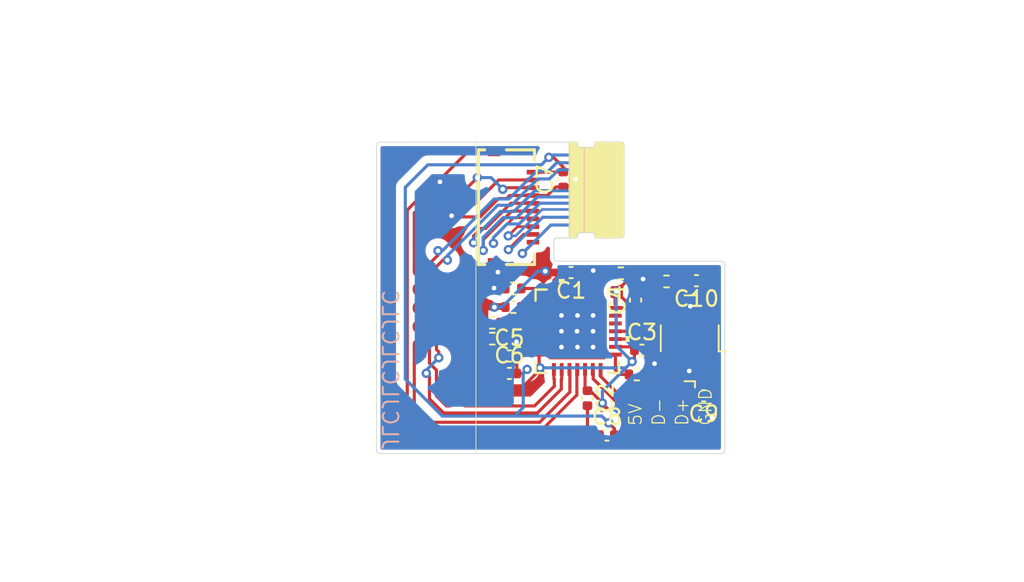
<source format=kicad_pcb>
(kicad_pcb (version 20241229) (generator "pcbnew") (generator_version "9.0")
  (layers (0 "F.Cu" signal) (2 "B.Cu" signal) (13 "F.Paste" user) (15 "B.Paste" user) (5 "F.SilkS" user "F.Silkscreen") (7 "B.SilkS" user "B.Silkscreen") (1 "F.Mask" user) (3 "B.Mask" user) (25 "Edge.Cuts" user))
  (net 0 "")
  (net 1 "EC_CTRL")
  (net 2 "RGB_W")
  (net 3 "RGB_G")
  (net 4 "VBUS")
  (net 5 "USB_HOST_P")
  (net 6 "USB_HOST_N")
  (net 7 "RGB_R")
  (net 8 "SWITCH")
  (net 9 "GND")
  (net 10 "LED_COM")
  (net 11 "VREG")
  (net 12 "X_IN")
  (net 13 "USB_FNG_N")
  (net 14 "USB_FNG_P")
  (net 15 "USB_KB_P")
  (net 16 "USB_KB_N")
  (net 17 "Net-(U1-RREF)")
  (net 18 "Net-(U1-*RESET)")
  (net 19 "Net-(U1-GANG)")
  (net 20 "Net-(U1-*OVR[1])")
  (net 21 "Net-(U1-*OVR[2])")
  (net 22 "Net-(U1-SELFPWR)")
  (net 23 "X_OUT")
  (net 32 "Net-(C10-Pad2)")
  (footprint "Resistor_SMD:R_0402_1005Metric" (layer "F.Cu") (at 141.065001 43.6)
    (property "Reference" "R5" (hide yes))
    (property "Value" "10kΩ" (hide yes))
  )
  (footprint "Resistor_SMD:R_0402_1005Metric" (layer "F.Cu") (at 141.065001 44.625 180)
    (property "Reference" "R4" (hide yes))
    (property "Value" "10kΩ" (hide yes))
  )
  (footprint "Custom:4 pad" (layer "F.Cu") (at 152.55 50.75)
    (property "Reference" "J3" (hide yes))
    (property "Value" "Conn_01x04_Socket" (hide yes))
  )
  (footprint "Resistor_SMD:R_0402_1005Metric" (layer "F.Cu") (at 149.325 40.425)
    (property "Reference" "R2" (hide yes))
    (property "Value" "10kΩ" (hide yes))
  )
  (footprint "Capacitor_SMD:C_0402_1005Metric" (layer "F.Cu") (at 150.275 42.15 90)
    (property "Reference" "C4")
    (property "Value" "0.1μF")
  )
  (footprint "Capacitor_SMD:C_0402_1005Metric" (layer "F.Cu") (at 142.16 45.74)
    (property "Reference" "C5")
    (property "Value" "0.1μF")
  )
  (footprint "Resistor_SMD:R_0402_1005Metric" (layer "F.Cu") (at 150.35 46.925)
    (property "Reference" "R1" (hide yes))
    (property "Value" "649Ω" (hide yes))
  )
  (footprint "Capacitor_SMD:C_0402_1005Metric" (layer "F.Cu") (at 146.125 40.375 180)
    (property "Reference" "C1")
    (property "Value" "0.1μF")
  )
  (footprint "Capacitor_SMD:C_0402_1005Metric" (layer "F.Cu") (at 145.625 34.395 90)
    (property "Reference" "C7")
    (property "Value" "10μF")
  )
  (footprint "Resistor_SMD:R_0402_1005Metric" (layer "F.Cu") (at 142.415001 42.591667 180)
    (property "Reference" "R3" (hide yes))
    (property "Value" "10kΩ" (hide yes))
  )
  (footprint "footprints:QFN-28" (layer "F.Cu") (at 146.525 44.15 90)
    (property "Reference" "U1" (hide yes))
    (property "Value" "CY7C65634-28LTXC" (hide yes))
  )
  (footprint "Capacitor_SMD:C_0402_1005Metric" (layer "F.Cu") (at 154.65 48.3 180)
    (property "Reference" "C9")
    (property "Value" "30 pF")
  )
  (footprint "Resistor_SMD:R_0402_1005Metric" (layer "F.Cu") (at 142.415001 41.4)
    (property "Reference" "R6" (hide yes))
    (property "Value" "0Ω" (hide yes))
  )
  (footprint "SamacSys_Parts:046809610110846" (layer "F.Cu") (at 141.975 36.175 -90)
    (property "Reference" "J2" (hide yes))
    (property "Value" "046809610110846+ Female" (hide yes))
  )
  (footprint "Crystal:Crystal_SMD_Abracon_ABM3B-4Pin_5.0x3.2mm" (layer "F.Cu") (at 153.7525 44.6025 90)
    (property "Reference" "Y1" (hide yes))
    (property "Value" "12MHz 20pF" (hide yes))
  )
  (footprint "Capacitor_SMD:C_0402_1005Metric" (layer "F.Cu") (at 147.18 48.45 -90)
    (property "Reference" "C2")
    (property "Value" "0.1μF")
  )
  (footprint "Capacitor_SMD:C_0402_1005Metric" (layer "F.Cu") (at 148.43 50.82)
    (property "Reference" "C8")
    (property "Value" "10μF")
  )
  (footprint "Capacitor_SMD:C_0402_1005Metric" (layer "F.Cu") (at 142.16 46.86)
    (property "Reference" "C6")
    (property "Value" "10μF")
  )
  (footprint "Resistor_SMD:R_0402_1005Metric" (layer "F.Cu") (at 152.260001 40.95)
    (property "Reference" "R7" (hide yes))
    (property "Value" "1kΩ" (hide yes))
  )
  (footprint "Capacitor_SMD:C_0402_1005Metric" (layer "F.Cu") (at 154.185001 40.9 180)
    (property "Reference" "C10")
    (property "Value" "30 pF")
  )
  (footprint "Custom:Kyocera_046809610110846+_PCB_Edge" (layer "F.Cu") (at 147.87 35.0725 -90)
    (property "Reference" "J1" (hide yes))
    (property "Value" "046809610110846+ Male" (hide yes))
    (fp_line (start -3.075 1.35) (end -3.075 1.85) (stroke (width 0.05)) (layer "Edge.Cuts"))
    (fp_line (start -2.925 1.35) (end -3.075 1.35) (stroke (width 0.05)) (layer "Edge.Cuts"))
    (fp_line (start 2.925 1.35) (end 3.075 1.35) (stroke (width 0.05)) (layer "Edge.Cuts"))
    (fp_line (start 3.075 1.35) (end 3.075 1.85) (stroke (width 0.05)) (layer "Edge.Cuts"))
    (fp_line (start -2.725 0.4) (end -2.725 1.15) (stroke (width 0.05)) (layer "Edge.Cuts"))
    (fp_line (start 2.725 0.4) (end 2.725 1.15) (stroke (width 0.05)) (layer "Edge.Cuts"))
    (fp_line (start -3.075 0.2) (end -2.925 0.2) (stroke (width 0.05)) (layer "Edge.Cuts"))
    (fp_line (start 3.075 0.2) (end 2.925 0.2) (stroke (width 0.05)) (layer "Edge.Cuts"))
    (fp_line (start -3.075 -1.45) (end -3.075 0.2) (stroke (width 0.05)) (layer "Edge.Cuts"))
    (fp_line (start 3.075 -1.45) (end 3.075 0.2) (stroke (width 0.05)) (layer "Edge.Cuts"))
    (fp_line (start 2.875 -1.65) (end -2.875 -1.65) (stroke (width 0.05)) (layer "Edge.Cuts"))
    (fp_arc (start 2.925 1.35) (mid 2.783579 1.291421) (end 2.725 1.15) (stroke (width 0.05)) (layer "Edge.Cuts"))
    (fp_arc (start -2.725 1.15) (mid -2.783579 1.291421) (end -2.925 1.35) (stroke (width 0.05)) (layer "Edge.Cuts"))
    (fp_arc (start 2.725 0.4) (mid 2.783579 0.258579) (end 2.925 0.2) (stroke (width 0.05)) (layer "Edge.Cuts"))
    (fp_arc (start -2.925 0.2) (mid -2.783579 0.258579) (end -2.725 0.4) (stroke (width 0.05)) (layer "Edge.Cuts"))
    (fp_arc (start -3.075 -1.45) (mid -3.016421 -1.591421) (end -2.875 -1.65) (stroke (width 0.05)) (layer "Edge.Cuts"))
    (fp_arc (start 2.875 -1.65) (mid 3.016421 -1.591421) (end 3.075 -1.45) (stroke (width 0.05)) (layer "Edge.Cuts"))
  )
  (footprint "Capacitor_SMD:C_0402_1005Metric" (layer "F.Cu") (at 150.68 45.37)
    (property "Reference" "C3")
    (property "Value" "0.1μF")
  )
  (gr_line (start 140.01 32.0025) (end 140.01 52.01) (stroke (width 0.05)) (layer "F.SilkS"))
  (gr_line (start 133.625 32.199944) (end 133.625 51.81) (stroke (width 0.05)) (layer "Edge.Cuts"))
  (gr_arc (start 155.81 39.645) (mid 155.951421 39.703579) (end 156.01 39.845) (stroke (width 0.05)) (layer "Edge.Cuts"))
  (gr_line (start 146.02 38.1475) (end 145.22 38.1475) (stroke (width 0.05)) (layer "Edge.Cuts"))
  (gr_line (start 155.81 39.645) (end 145.22 39.645) (stroke (width 0.05)) (layer "Edge.Cuts"))
  (gr_arc (start 133.825 52.01) (mid 133.683579 51.951421) (end 133.625 51.81) (stroke (width 0.05)) (layer "Edge.Cuts"))
  (gr_arc (start 145.02 38.3475) (mid 145.078579 38.206079) (end 145.22 38.1475) (stroke (width 0.05)) (layer "Edge.Cuts"))
  (gr_arc (start 156.01 51.81) (mid 155.951421 51.951421) (end 155.81 52.01) (stroke (width 0.05)) (layer "Edge.Cuts"))
  (gr_line (start 156.01 51.81) (end 156.01 39.845) (stroke (width 0.05)) (layer "Edge.Cuts"))
  (gr_line (start 133.825 52.01) (end 155.81 52.01) (stroke (width 0.05)) (layer "Edge.Cuts"))
  (gr_line (start 146.02 31.996534) (end 133.824944 31.999944) (stroke (width 0.05)) (layer "Edge.Cuts"))
  (gr_line (start 145.02 38.3475) (end 145.02 39.445) (stroke (width 0.05)) (layer "Edge.Cuts"))
  (gr_arc (start 145.22 39.645) (mid 145.078579 39.586421) (end 145.02 39.445) (stroke (width 0.05)) (layer "Edge.Cuts"))
  (gr_arc (start 133.625 32.199944) (mid 133.683543 32.058514) (end 133.824944 31.999944) (stroke (width 0.05)) (layer "Edge.Cuts"))
  (gr_text "D+" (at 153.73 50.28 90) (layer "F.SilkS") (effects (font (size 0.8 0.8) (thickness 0.08)) (justify left bottom)))
  (gr_text "D-" (at 152.23 50.28 90) (layer "F.SilkS") (effects (font (size 0.8 0.8) (thickness 0.08)) (justify left bottom)))
  (gr_text "5V" (at 150.73 50.28 90) (layer "F.SilkS") (effects (font (size 0.8 0.8) (thickness 0.08)) (justify left bottom)))
  (gr_text "GND\n" (at 155.23 50.28 90) (layer "F.SilkS") (effects (font (size 0.8 0.8) (thickness 0.08)) (justify left bottom)))
  (gr_text "JLCJLCJLCJLC" (at 133.9 46.625 270) (layer "B.SilkS") (effects (font (size 1 1) (thickness 0.125)) (justify bottom mirror)))
  (segment (start 142.253809 35.925) (end 140.634599 37.54421) (width 0.2) (layer "F.Cu") (net 1))
  (segment (start 140.634599 37.54421) (end 140.34114 37.54421) (width 0.2) (layer "F.Cu") (net 1))
  (segment (start 143.675 35.925) (end 142.253809 35.925) (width 0.2) (layer "F.Cu") (net 1))
  (segment (start 140.34114 37.54421) (end 139.855252 38.030098) (width 0.2) (layer "F.Cu") (net 1))
  (segment (start 139.855252 38.030098) (end 139.855252 38.461477) (width 0.2) (layer "F.Cu") (net 1))
  (via (at 139.855252 38.461477) (size 0.6) (drill 0.3) (layers "F.Cu" "B.Cu") (net 1))
  (segment (start 139.855252 38.180047) (end 139.855252 38.461477) (width 0.2) (layer "B.Cu") (net 1))
  (segment (start 148.245 34.8225) (end 146.8025 34.8225) (width 0.2) (layer "B.Cu") (net 1))
  (segment (start 146.5079 35.1171) (end 143.7921 35.1171) (width 0.2) (layer "B.Cu") (net 1))
  (segment (start 141.583299 36.452) (end 139.855252 38.180047) (width 0.2) (layer "B.Cu") (net 1))
  (segment (start 143.7921 35.1171) (end 142.4572 36.452) (width 0.2) (layer "B.Cu") (net 1))
  (segment (start 142.4572 36.452) (end 141.583299 36.452) (width 0.2) (layer "B.Cu") (net 1))
  (segment (start 146.8025 34.8225) (end 146.5079 35.1171) (width 0.2) (layer "B.Cu") (net 1))
  (segment (start 142.429781 36.85855) (end 141.139479 38.148852) (width 0.1651) (layer "F.Cu") (net 2))
  (segment (start 143.608549 36.85855) (end 142.429781 36.85855) (width 0.1651) (layer "F.Cu") (net 2))
  (segment (start 143.675 36.925001) (end 143.608549 36.85855) (width 0.1651) (layer "F.Cu") (net 2))
  (segment (start 141.139479 38.148852) (end 141.139479 38.498755) (width 0.1651) (layer "F.Cu") (net 2))
  (via (at 141.139479 38.498755) (size 0.6) (drill 0.3) (layers "F.Cu" "B.Cu") (net 2))
  (segment (start 142.008239 37.254) (end 141.139479 38.12276) (width 0.2) (layer "B.Cu") (net 2))
  (segment (start 144.125 35.9191) (end 142.7901 37.254) (width 0.2) (layer "B.Cu") (net 2))
  (segment (start 146.823 35.9191) (end 144.125 35.9191) (width 0.2) (layer "B.Cu") (net 2))
  (segment (start 141.139479 38.12276) (end 141.139479 38.498755) (width 0.2) (layer "B.Cu") (net 2))
  (segment (start 148.245 35.8225) (end 146.9196 35.8225) (width 0.2) (layer "B.Cu") (net 2))
  (segment (start 142.7901 37.254) (end 142.008239 37.254) (width 0.2) (layer "B.Cu") (net 2))
  (segment (start 146.9196 35.8225) (end 146.823 35.9191) (width 0.2) (layer "B.Cu") (net 2))
  (segment (start 142.687182 37.425) (end 142.092244 38.019938) (width 0.1651) (layer "F.Cu") (net 3))
  (segment (start 143.675 37.425) (end 142.687182 37.425) (width 0.1651) (layer "F.Cu") (net 3))
  (via (at 142.092244 38.019938) (size 0.6) (drill 0.3) (layers "F.Cu" "B.Cu") (net 3))
  (segment (start 142.092244 38.019938) (end 142.566584 38.019938) (width 0.1651) (layer "B.Cu") (net 3))
  (segment (start 142.566584 38.019938) (end 144.264022 36.3225) (width 0.1651) (layer "B.Cu") (net 3))
  (segment (start 144.264022 36.3225) (end 148.245 36.3225) (width 0.1651) (layer "B.Cu") (net 3))
  (segment (start 150.22 50.83) (end 150.3 50.75) (width 0.2) (layer "F.Cu") (net 4))
  (segment (start 143.229999 45.150001) (end 144.0739 45.150001) (width 0.2) (layer "F.Cu") (net 4))
  (segment (start 145.625 33.6) (end 145.625 33.915) (width 0.2) (layer "F.Cu") (net 4))
  (segment (start 144.7 32.975) (end 145 32.975) (width 0.2) (layer "F.Cu") (net 4))
  (segment (start 145.000001 33.925) (end 145.010001 33.915) (width 0.2) (layer "F.Cu") (net 4))
  (segment (start 142.64 45.74) (end 143.229999 45.150001) (width 0.2) (layer "F.Cu") (net 4))
  (segment (start 143.04147 46.86) (end 143.300735 46.600735) (width 0.2) (layer "F.Cu") (net 4))
  (segment (start 148.91 50.82) (end 148.91 50.41) (width 0.2) (layer "F.Cu") (net 4))
  (segment (start 143.675 33.925) (end 145.000001 33.925) (width 0.2) (layer "F.Cu") (net 4))
  (segment (start 150.23 50.82) (end 150.3 50.75) (width 0.2) (layer "F.Cu") (net 4))
  (segment (start 148.91 50.82) (end 150.23 50.82) (width 0.2) (layer "F.Cu") (net 4))
  (segment (start 150.2 50.85) (end 150.3 50.75) (width 0.2) (layer "F.Cu") (net 4))
  (segment (start 142.64 46.86) (end 143.04147 46.86) (width 0.2) (layer "F.Cu") (net 4))
  (segment (start 142.64 46.86) (end 142.64 45.74) (width 0.2) (layer "F.Cu") (net 4))
  (segment (start 145.010001 33.915) (end 145.625 33.915) (width 0.2) (layer "F.Cu") (net 4))
  (segment (start 145 32.975) (end 145.625 33.6) (width 0.2) (layer "F.Cu") (net 4))
  (segment (start 150.3 50.75) (end 150.199999 50.649999) (width 0.2) (layer "F.Cu") (net 4))
  (segment (start 148.91 50.41) (end 148.54 50.04) (width 0.2) (layer "F.Cu") (net 4))
  (via (at 148.54 50.04) (size 0.6) (drill 0.3) (layers "F.Cu" "B.Cu") (net 4))
  (via (at 143.300735 46.600735) (size 0.6) (drill 0.3) (layers "F.Cu" "B.Cu") (net 4))
  (via (at 144.7 32.975) (size 0.6) (drill 0.3) (layers "F.Cu" "B.Cu") (net 4))
  (segment (start 143.300735 46.600735) (end 143.397997 46.503473) (width 0.2) (layer "B.Cu") (net 4))
  (segment (start 143.05 49.05) (end 143.05 46.85147) (width 0.2) (layer "B.Cu") (net 4))
  (segment (start 143.05 49.05) (end 142.5 49.6) (width 0.2) (layer "B.Cu") (net 4))
  (segment (start 148.245 32.8225) (end 144.8525 32.8225) (width 0.2) (layer "B.Cu") (net 4))
  (segment (start 142.5 49.6) (end 148.1 49.6) (width 0.2) (layer "B.Cu") (net 4))
  (segment (start 136.924 33.451) (end 135.475 34.9) (width 0.2) (layer "B.Cu") (net 4))
  (segment (start 144.7 32.975) (end 144.224 33.451) (width 0.2) (layer "B.Cu") (net 4))
  (segment (start 135.475 34.9) (end 135.475 47.225) (width 0.2) (layer "B.Cu") (net 4))
  (segment (start 144.224 33.451) (end 136.924 33.451) (width 0.2) (layer "B.Cu") (net 4))
  (segment (start 135.475 47.225) (end 137.85 49.6) (width 0.2) (layer "B.Cu") (net 4))
  (segment (start 144.8525 32.8225) (end 144.7 32.975) (width 0.2) (layer "B.Cu") (net 4))
  (segment (start 143.05 46.85147) (end 143.300735 46.600735) (width 0.2) (layer "B.Cu") (net 4))
  (segment (start 148.1 49.6) (end 148.54 50.04) (width 0.2) (layer "B.Cu") (net 4))
  (segment (start 137.85 49.6) (end 142.5 49.6) (width 0.2) (layer "B.Cu") (net 4))
  (segment (start 143.397997 46.503473) (end 143.397997 46.5) (width 0.2) (layer "B.Cu") (net 4))
  (segment (start 145.499999 47.868199) (end 143.968198 49.4) (width 0.2) (layer "F.Cu") (net 5))
  (segment (start 145.499999 47.235701) (end 145.499999 47.868199) (width 0.2) (layer "F.Cu") (net 5))
  (segment (start 145.524999 47.210701) (end 145.499999 47.235701) (width 0.2) (layer "F.Cu") (net 5))
  (segment (start 143.968198 49.4) (end 137.931802 49.4) (width 0.2) (layer "F.Cu") (net 5))
  (segment (start 137.625 45.85) (end 137.625 45.475) (width 0.2) (layer "F.Cu") (net 5))
  (segment (start 137.892678 39.575521) (end 138.175521 39.575521) (width 0.2) (layer "F.Cu") (net 5))
  (segment (start 137.625 45.475) (end 137.475 45.325) (width 0.2) (layer "F.Cu") (net 5))
  (segment (start 137.931802 49.4) (end 137.024999 48.493197) (width 0.2) (layer "F.Cu") (net 5))
  (segment (start 137.475 43.803867) (end 137.475001 43.803866) (width 0.2) (layer "F.Cu") (net 5))
  (segment (start 137.475001 39.993198) (end 137.892678 39.575521) (width 0.2) (layer "F.Cu") (net 5))
  (segment (start 137.024999 47.049999) (end 136.825 46.85) (width 0.2) (layer "F.Cu") (net 5))
  (segment (start 137.024999 48.493197) (end 137.024999 47.049999) (width 0.2) (layer "F.Cu") (net 5))
  (segment (start 137.475 45.325) (end 137.475 43.803867) (width 0.2) (layer "F.Cu") (net 5))
  (segment (start 137.475001 43.803866) (end 137.475001 39.993198) (width 0.2) (layer "F.Cu") (net 5))
  (segment (start 145.524999 46.6011) (end 145.524999 47.210701) (width 0.2) (layer "F.Cu") (net 5))
  (via (at 137.625 45.85) (size 0.6) (drill 0.3) (layers "F.Cu" "B.Cu") (net 5))
  (via (at 136.825 46.85) (size 0.6) (drill 0.3) (layers "F.Cu" "B.Cu") (net 5))
  (via (at 138.175521 39.575521) (size 0.6) (drill 0.3) (layers "F.Cu" "B.Cu") (net 5))
  (segment (start 144.733493 34.35855) (end 145.317203 33.77484) (width 0.2) (layer "B.Cu") (net 5))
  (segment (start 143.98355 34.35855) (end 144.733493 34.35855) (width 0.2) (layer "B.Cu") (net 5))
  (segment (start 145.317203 33.77484) (end 148.19734 33.77484) (width 0.2) (layer "B.Cu") (net 5))
  (segment (start 141.417199 36.051) (end 138.175521 39.292678) (width 0.2) (layer "B.Cu") (net 5))
  (segment (start 138.175521 39.292678) (end 138.175521 39.575521) (width 0.2) (layer "B.Cu") (net 5))
  (segment (start 137.475 46) (end 137.625 45.85) (width 0.2) (layer "B.Cu") (net 5))
  (segment (start 137.475 46) (end 136.825 46.65) (width 0.2) (layer "B.Cu") (net 5))
  (segment (start 142.2911 36.051) (end 141.417199 36.051) (width 0.2) (layer "B.Cu") (net 5))
  (segment (start 148.19734 33.77484) (end 148.245 33.8225) (width 0.2) (layer "B.Cu") (net 5))
  (segment (start 136.825 46.65) (end 136.825 46.85) (width 0.2) (layer "B.Cu") (net 5))
  (segment (start 143.98355 34.35855) (end 142.2911 36.051) (width 0.2) (layer "B.Cu") (net 5))
  (segment (start 145.05 47.235701) (end 145.05 47.681802) (width 0.2) (layer "F.Cu") (net 6))
  (segment (start 137.475001 47.958892) (end 137.475001 46.650058) (width 0.2) (layer "F.Cu") (net 6))
  (segment (start 137.024999 39.806802) (end 137.574479 39.257322) (width 0.2) (layer "F.Cu") (net 6))
  (segment (start 138.528969 48.406188) (end 138.528969 48.71) (width 0.2) (layer "F.Cu") (net 6))
  (segment (start 145.025 47.210701) (end 145.05 47.235701) (width 0.2) (layer "F.Cu") (net 6))
  (segment (start 137.475001 48.306803) (end 137.475001 47.958892) (width 0.2) (layer "F.Cu") (net 6))
  (segment (start 138.118198 48.95) (end 137.475001 48.306803) (width 0.2) (layer "F.Cu") (net 6))
  (segment (start 137.475001 46.650058) (end 137.025 46.200057) (width 0.2) (layer "F.Cu") (net 6))
  (segment (start 138.288969 48.95) (end 138.168969 48.95) (width 0.2) (layer "F.Cu") (net 6))
  (segment (start 143.781802 48.95) (end 139.368969 48.95) (width 0.2) (layer "F.Cu") (net 6))
  (segment (start 139.128969 48.71) (end 139.128969 48.406188) (width 0.2) (layer "F.Cu") (net 6))
  (segment (start 145.025 46.6011) (end 145.025 47.210701) (width 0.2) (layer "F.Cu") (net 6))
  (segment (start 138.888969 48.166188) (end 138.768969 48.166188) (width 0.2) (layer "F.Cu") (net 6))
  (segment (start 137.025 43.803867) (end 137.024999 43.803866) (width 0.2) (layer "F.Cu") (net 6))
  (segment (start 145.05 47.681802) (end 143.781802 48.95) (width 0.2) (layer "F.Cu") (net 6))
  (segment (start 138.168969 48.95) (end 138.118198 48.95) (width 0.2) (layer "F.Cu") (net 6))
  (segment (start 137.025 46.200057) (end 137.025 43.803867) (width 0.2) (layer "F.Cu") (net 6))
  (segment (start 137.024999 43.803866) (end 137.024999 39.806802) (width 0.2) (layer "F.Cu") (net 6))
  (segment (start 137.574479 39.257322) (end 137.574479 38.974479) (width 0.2) (layer "F.Cu") (net 6))
  (via (at 137.574479 38.974479) (size 0.6) (drill 0.3) (layers "F.Cu" "B.Cu") (net 6))
  (arc (start 139.368969 48.95) (mid 139.199263 48.879706) (end 139.128969 48.71) (width 0.2) (layer "F.Cu") (net 6))
  (arc (start 138.768969 48.166188) (mid 138.599263 48.236482) (end 138.528969 48.406188) (width 0.2) (layer "F.Cu") (net 6))
  (arc (start 139.128969 48.406188) (mid 139.058675 48.236482) (end 138.888969 48.166188) (width 0.2) (layer "F.Cu") (net 6))
  (arc (start 138.528969 48.71) (mid 138.458675 48.879706) (end 138.288969 48.95) (width 0.2) (layer "F.Cu") (net 6))
  (segment (start 142.125 35.65) (end 143.923 33.852) (width 0.2) (layer "B.Cu") (net 6))
  (segment (start 144.672943 33.852) (end 145.202443 33.3225) (width 0.2) (layer "B.Cu") (net 6))
  (segment (start 137.857322 38.974479) (end 141.181801 35.65) (width 0.2) (layer "B.Cu") (net 6))
  (segment (start 145.202443 33.3225) (end 148.245 33.3225) (width 0.2) (layer "B.Cu") (net 6))
  (segment (start 143.923 33.852) (end 144.672943 33.852) (width 0.2) (layer "B.Cu") (net 6))
  (segment (start 141.181801 35.65) (end 142.125 35.65) (width 0.2) (layer "B.Cu") (net 6))
  (segment (start 137.574479 38.974479) (end 137.857322 38.974479) (width 0.2) (layer "B.Cu") (net 6))
  (segment (start 143.075001 37.924999) (end 142.1 38.9) (width 0.2) (layer "F.Cu") (net 7))
  (segment (start 143.675 37.924999) (end 143.075001 37.924999) (width 0.2) (layer "F.Cu") (net 7))
  (via (at 142.1 38.9) (size 0.6) (drill 0.3) (layers "F.Cu" "B.Cu") (net 7))
  (segment (start 148.245 36.8225) (end 144.306444 36.8225) (width 0.2) (layer "B.Cu") (net 7))
  (segment (start 144.306444 36.8225) (end 142.228944 38.9) (width 0.2) (layer "B.Cu") (net 7))
  (segment (start 142.228944 38.9) (end 142.1 38.9) (width 0.2) (layer "B.Cu") (net 7))
  (segment (start 140.48353 38.262379) (end 140.48353 38.956724) (width 0.2) (layer "F.Cu") (net 8))
  (segment (start 142.320909 36.425) (end 140.48353 38.262379) (width 0.2) (layer "F.Cu") (net 8))
  (segment (start 143.675 36.425) (end 142.320909 36.425) (width 0.2) (layer "F.Cu") (net 8))
  (via (at 140.48353 38.956724) (size 0.6) (drill 0.3) (layers "F.Cu" "B.Cu") (net 8))
  (segment (start 146.6569 35.5181) (end 146.8525 35.3225) (width 0.2) (layer "B.Cu") (net 8))
  (segment (start 143.9582 35.5181) (end 146.6569 35.5181) (width 0.2) (layer "B.Cu") (net 8))
  (segment (start 140.48353 38.118869) (end 141.749399 36.853) (width 0.2) (layer "B.Cu") (net 8))
  (segment (start 142.6233 36.853) (end 143.9582 35.5181) (width 0.2) (layer "B.Cu") (net 8))
  (segment (start 146.8525 35.3225) (end 148.245 35.3225) (width 0.2) (layer "B.Cu") (net 8))
  (segment (start 140.48353 38.956724) (end 140.48353 38.118869) (width 0.2) (layer "B.Cu") (net 8))
  (segment (start 141.749399 36.853) (end 142.6233 36.853) (width 0.2) (layer "B.Cu") (net 8))
  (segment (start 153.725 47.855) (end 153.725 46.7) (width 0.2) (layer "F.Cu") (net 9))
  (segment (start 144.600001 35.424999) (end 143.675 35.424999) (width 0.2) (layer "F.Cu") (net 9))
  (segment (start 152.552499 46.6025) (end 153.6275 46.6025) (width 0.2) (layer "F.Cu") (net 9))
  (segment (start 145.15 34.875) (end 144.600001 35.424999) (width 0.2) (layer "F.Cu") (net 9))
  (segment (start 141.68 45.74) (end 142.590735 44.829265) (width 0.2) (layer "F.Cu") (net 9))
  (segment (start 141.795 45.6) (end 141.630002 45.6) (width 0.2) (layer "F.Cu") (net 9))
  (segment (start 153.6275 46.6025) (end 153.725 46.7) (width 0.2) (layer "F.Cu") (net 9))
  (segment (start 137.7 34.4) (end 137.7 34.55) (width 0.2) (layer "F.Cu") (net 9))
  (segment (start 138.525 36.8) (end 138.45 36.725) (width 0.2) (layer "F.Cu") (net 9))
  (segment (start 151.16 45.9) (end 151.49 46.23) (width 0.2) (layer "F.Cu") (net 9))
  (segment (start 151.16 45.37) (end 151.16 45.9) (width 0.2) (layer "F.Cu") (net 9))
  (segment (start 154.665001 40.954999) (end 153.79 41.83) (width 0.2) (layer "F.Cu") (net 9))
  (segment (start 150.859999 46.860001) (end 151.49 46.23) (width 0.2) (layer "F.Cu") (net 9))
  (segment (start 142.18671 35.424999) (end 141.985708 35.626001) (width 0.2) (layer "F.Cu") (net 9))
  (segment (start 141.175001 40.100001) (end 141.425 40.35) (width 0.2) (layer "F.Cu") (net 9))
  (segment (start 150.275 41.265) (end 150.75 40.79) (width 0.2) (layer "F.Cu") (net 9))
  (segment (start 154.952501 42.6025) (end 153.8525 42.6025) (width 0.2) (layer "F.Cu") (net 9))
  (segment (start 141.175001 32.7) (end 139.4 32.7) (width 0.2) (layer "F.Cu") (net 9))
  (segment (start 146.605 40.375) (end 147.425 40.375) (width 0.2) (layer "F.Cu") (net 9))
  (segment (start 154.8 50.075) (end 155.175 49.7) (width 0.2) (layer "F.Cu") (net 9))
  (segment (start 141.460042 35.626001) (end 140.286043 36.8) (width 0.2) (layer "F.Cu") (net 9))
  (segment (start 141.175001 39.65) (end 141.175001 40.100001) (width 0.2) (layer "F.Cu") (net 9))
  (segment (start 150.859999 46.925) (end 150.859999 46.860001) (width 0.2) (layer "F.Cu") (net 9))
  (segment (start 141.905002 41.4) (end 141.2 41.4) (width 0.2) (layer "F.Cu") (net 9))
  (segment (start 141.2 41.4) (end 141.175 41.375) (width 0.2) (layer "F.Cu") (net 9))
  (segment (start 147.425 40.375) (end 147.55 40.25) (width 0.2) (layer "F.Cu") (net 9))
  (segment (start 153.79 41.83) (end 153.79 42.54) (width 0.2) (layer "F.Cu") (net 9))
  (segment (start 142.590735 44.829265) (end 142.619265 44.829265) (width 0.2) (layer "F.Cu") (net 9))
  (segment (start 143.675 35.424999) (end 142.18671 35.424999) (width 0.2) (layer "F.Cu") (net 9))
  (segment (start 139.4 32.7) (end 137.8 34.3) (width 0.2) (layer "F.Cu") (net 9))
  (segment (start 147.95 50.82) (end 147.65 50.82) (width 0.2) (layer "F.Cu") (net 9))
  (segment (start 154.8 50.75) (end 154.8 50.075) (width 0.2) (layer "F.Cu") (net 9))
  (segment (start 140.286043 36.8) (end 138.525 36.8) (width 0.2) (layer "F.Cu") (net 9))
  (segment (start 143.626001 35.376) (end 143.675 35.424999) (width 0.2) (layer "F.Cu") (net 9))
  (segment (start 137.8 34.3) (end 137.7 34.4) (width 0.2) (layer "F.Cu") (net 9))
  (segment (start 147.23 48.98) (end 147.18 48.93) (width 0.2) (layer "F.Cu") (net 9))
  (segment (start 154.17 48.3) (end 153.725 47.855) (width 0.2) (layer "F.Cu") (net 9))
  (segment (start 150.275 41.67) (end 150.275 41.265) (width 0.2) (layer "F.Cu") (net 9))
  (segment (start 141.985708 35.626001) (end 141.460042 35.626001) (width 0.2) (layer "F.Cu") (net 9))
  (segment (start 145.625 34.875) (end 145.902841 34.875) (width 0.2) (layer "F.Cu") (net 9))
  (segment (start 154.665001 40.9) (end 154.665001 40.954999) (width 0.2) (layer "F.Cu") (net 9))
  (segment (start 145.625 34.875) (end 145.15 34.875) (width 0.2) (layer "F.Cu") (net 9))
  (segment (start 153.8525 42.6025) (end 153.79 42.54) (width 0.2) (layer "F.Cu") (net 9))
  (segment (start 147.18 50.35) (end 147.18 48.93) (width 0.2) (layer "F.Cu") (net 9))
  (segment (start 145.902841 34.875) (end 146.403001 34.37484) (width 0.2) (layer "F.Cu") (net 9))
  (segment (start 141.68 46.86) (end 141.68 45.74) (width 0.2) (layer "F.Cu") (net 9))
  (segment (start 147.65 50.82) (end 147.18 50.35) (width 0.2) (layer "F.Cu") (net 9))
  (segment (start 150.859999 47.05) (end 151.004999 47.05) (width 0.2) (layer "F.Cu") (net 9))
  (via (at 146.5415 45.166) (size 0.6) (drill 0.3) (layers "F.Cu" "B.Cu") (net 9))
  (via (at 155.175 49.7) (size 0.6) (drill 0.3) (layers "F.Cu" "B.Cu") (net 9))
  (via (at 145.509 44.15) (size 0.6) (drill 0.3) (layers "F.Cu" "B.Cu") (net 9))
  (via (at 145.509 43.134) (size 0.6) (drill 0.3) (layers "F.Cu" "B.Cu") (net 9))
  (via (at 147.541 44.15) (size 0.6) (drill 0.3) (layers "F.Cu" "B.Cu") (net 9))
  (via (at 138.45 36.725) (size 0.6) (drill 0.3) (layers "F.Cu" "B.Cu") (net 9))
  (via (at 137.7 34.55) (size 0.6) (drill 0.3) (layers "F.Cu" "B.Cu") (net 9))
  (via (at 145.509 45.166) (size 0.6) (drill 0.3) (layers "F.Cu" "B.Cu") (net 9))
  (via (at 147.55 40.25) (size 0.6) (drill 0.3) (layers "F.Cu" "B.Cu") (net 9))
  (via (at 141.175 41.375) (size 0.6) (drill 0.3) (layers "F.Cu" "B.Cu") (net 9))
  (via (at 151.49 46.23) (size 0.6) (drill 0.3) (layers "F.Cu" "B.Cu") (net 9))
  (via (at 153.79 42.54) (size 0.6) (drill 0.3) (layers "F.Cu" "B.Cu") (net 9))
  (via (at 153.725 46.7) (size 0.6) (drill 0.3) (layers "F.Cu" "B.Cu") (net 9))
  (via (at 146.5085 44.15) (size 0.6) (drill 0.3) (layers "F.Cu" "B.Cu") (net 9))
  (via (at 146.5415 43.134) (size 0.6) (drill 0.3) (layers "F.Cu" "B.Cu") (net 9))
  (via (at 141.425 40.35) (size 0.6) (drill 0.3) (layers "F.Cu" "B.Cu") (net 9))
  (via (at 146.403001 34.37484) (size 0.6) (drill 0.3) (layers "F.Cu" "B.Cu") (net 9))
  (via (at 142.619265 44.829265) (size 0.6) (drill 0.3) (layers "F.Cu" "B.Cu") (net 9))
  (via (at 147.541 45.166) (size 0.6) (drill 0.3) (layers "F.Cu" "B.Cu") (net 9))
  (via (at 150.75 40.79) (size 0.6) (drill 0.3) (layers "F.Cu" "B.Cu") (net 9))
  (via (at 147.541 43.134) (size 0.6) (drill 0.3) (layers "F.Cu" "B.Cu") (net 9))
  (segment (start 138.45 35.3) (end 137.7 34.55) (width 0.2) (layer "B.Cu") (net 9))
  (segment (start 148.245 34.3225) (end 146.455341 34.3225) (width 0.2) (layer "B.Cu") (net 9))
  (segment (start 151.49 46.23) (end 151.96 46.7) (width 0.2) (layer "B.Cu") (net 9))
  (segment (start 138.45 36.725) (end 138.45 35.3) (width 0.2) (layer "B.Cu") (net 9))
  (segment (start 146.455341 34.3225) (end 146.403001 34.37484) (width 0.2) (layer "B.Cu") (net 9))
  (segment (start 151.96 46.7) (end 153.725 46.7) (width 0.2) (layer "B.Cu") (net 9))
  (segment (start 143.675 38.475) (end 143 39.15) (width 0.2) (layer "F.Cu") (net 10))
  (segment (start 143.675 38.425) (end 143.675 38.475) (width 0.2) (layer "F.Cu") (net 10))
  (segment (start 143 39.15) (end 143 39.125) (width 0.2) (layer "F.Cu") (net 10))
  (via (at 143 39.15) (size 0.6) (drill 0.3) (layers "F.Cu" "B.Cu") (net 10))
  (segment (start 148.245 37.3225) (end 144.8275 37.3225) (width 0.2) (layer "B.Cu") (net 10))
  (segment (start 144.8275 37.3225) (end 143 39.15) (width 0.2) (layer "B.Cu") (net 10))
  (segment (start 145.645 40.375) (end 145.525 40.375) (width 0.2) (layer "F.Cu") (net 11))
  (segment (start 150.2 45.95) (end 150.05 46.1) (width 0.2) (layer "F.Cu") (net 11))
  (segment (start 140.555002 43.6) (end 140.555002 42.755002) (width 0.2) (layer "F.Cu") (net 11))
  (segment (start 147.18 47.97) (end 147.35 47.97) (width 0.2) (layer "F.Cu") (net 11))
  (segment (start 143.094627 47.655373) (end 141.155373 47.655373) (width 0.2) (layer "F.Cu") (net 11))
  (segment (start 140.555002 44.625) (end 140.555002 47.055002) (width 0.2) (layer "F.Cu") (net 11))
  (segment (start 147.024999 47.814999) (end 147.024999 46.6011) (width 0.2) (layer "F.Cu") (net 11))
  (segment (start 144.125 46.5) (end 144.125 46.625) (width 0.2) (layer "F.Cu") (net 11))
  (segment (start 145.025 41.6989) (end 145.025 40.875) (width 0.2) (layer "F.Cu") (net 11))
  (segment (start 150.2 45.37) (end 150.2 45.95) (width 0.2) (layer "F.Cu") (net 11))
  (segment (start 145.645 40.375) (end 144.555 40.375) (width 0.2) (layer "F.Cu") (net 11))
  (segment (start 144.0739 45.65) (end 144.0739 46.4489) (width 0.2) (layer "F.Cu") (net 11))
  (segment (start 144.125 46.625) (end 143.094627 47.655373) (width 0.2) (layer "F.Cu") (net 11))
  (segment (start 141.905002 42.591667) (end 141.208333 42.591667) (width 0.2) (layer "F.Cu") (net 11))
  (segment (start 149.834999 40.425) (end 149.834999 40.790001) (width 0.2) (layer "F.Cu") (net 11))
  (segment (start 150.2 45.37) (end 149.980001 45.150001) (width 0.2) (layer "F.Cu") (net 11))
  (segment (start 140.710004 42.6) (end 140.555002 42.755002) (width 0.2) (layer "F.Cu") (net 11))
  (segment (start 140.555002 47.055002) (end 141.155373 47.655373) (width 0.2) (layer "F.Cu") (net 11))
  (segment (start 147.35 47.97) (end 148.14 48.76) (width 0.2) (layer "F.Cu") (net 11))
  (segment (start 149.980001 45.150001) (end 148.9761 45.150001) (width 0.2) (layer "F.Cu") (net 11))
  (segment (start 141.208333 42.591667) (end 141.2 42.6) (width 0.2) (layer "F.Cu") (net 11))
  (segment (start 147.18 47.97) (end 147.024999 47.814999) (width 0.2) (layer "F.Cu") (net 11))
  (segment (start 150.255 42.65) (end 150.275 42.63) (width 0.2) (layer "F.Cu") (net 11))
  (segment (start 150.055 42.63) (end 149.025 41.6) (width 0.2) (layer "F.Cu") (net 11))
  (segment (start 148.9761 42.65) (end 150.255 42.65) (width 0.2) (layer "F.Cu") (net 11))
  (segment (start 144.0739 46.4489) (end 144.125 46.5) (width 0.2) (layer "F.Cu") (net 11))
  (segment (start 145.525 40.375) (end 145.025 40.875) (width 0.2) (layer "F.Cu") (net 11))
  (segment (start 149.834999 40.790001) (end 149.025 41.6) (width 0.2) (layer "F.Cu") (net 11))
  (segment (start 141.2 42.6) (end 140.710004 42.6) (width 0.2) (layer "F.Cu") (net 11))
  (segment (start 150.275 42.63) (end 150.055 42.63) (width 0.2) (layer "F.Cu") (net 11))
  (segment (start 144.555 40.375) (end 144.47 40.29) (width 0.2) (layer "F.Cu") (net 11))
  (via (at 141.2 42.6) (size 0.6) (drill 0.3) (layers "F.Cu" "B.Cu") (net 11))
  (via (at 144.125 46.5) (size 0.6) (drill 0.3) (layers "F.Cu" "B.Cu") (net 11))
  (via (at 150.05 46.1) (size 0.6) (drill 0.3) (layers "F.Cu" "B.Cu") (net 11))
  (via (at 144.47 40.29) (size 0.6) (drill 0.3) (layers "F.Cu" "B.Cu") (net 11))
  (via (at 149.025 41.6) (size 0.6) (drill 0.3) (layers "F.Cu" "B.Cu") (net 11))
  (via (at 148.14 48.76) (size 0.6) (drill 0.3) (layers "F.Cu" "B.Cu") (net 11))
  (segment (start 144.47 40.29) (end 144.07 40.29) (width 0.2) (layer "B.Cu") (net 11))
  (segment (start 149.025 45.075) (end 150.05 46.1) (width 0.2) (layer "B.Cu") (net 11))
  (segment (start 149.65 46.5) (end 150.05 46.1) (width 0.2) (layer "B.Cu") (net 11))
  (segment (start 144.125 46.5) (end 149.65 46.5) (width 0.2) (layer "B.Cu") (net 11))
  (segment (start 141.68 42.6) (end 141.2 42.6) (width 0.2) (layer "B.Cu") (net 11))
  (segment (start 148.14 48.01) (end 149.65 46.5) (width 0.2) (layer "B.Cu") (net 11))
  (segment (start 149.025 41.6) (end 149.025 45.075) (width 0.2) (layer "B.Cu") (net 11))
  (segment (start 148.14 48.76) (end 148.14 48.01) (width 0.2) (layer "B.Cu") (net 11))
  (segment (start 141.68 42.6) (end 143.99 40.29) (width 0.2) (layer "B.Cu") (net 11))
  (segment (start 143.99 40.29) (end 144.07 40.29) (width 0.2) (layer "B.Cu") (net 11))
  (segment (start 153 44.649999) (end 148.9761 44.649999) (width 0.2) (layer "F.Cu") (net 12))
  (segment (start 154.952501 46.6025) (end 153 44.649999) (width 0.2) (layer "F.Cu") (net 12))
  (segment (start 155.13 48.3) (end 155.13 46.779999) (width 0.2) (layer "F.Cu") (net 12))
  (segment (start 155.13 46.779999) (end 154.952501 46.6025) (width 0.2) (layer "F.Cu") (net 12))
  (segment (start 146.025001 46.6011) (end 146.049999 46.626098) (width 0.2) (layer "F.Cu") (net 13))
  (segment (start 136.339052 41.751009) (end 136.29 41.751009) (width 0.2) (layer "F.Cu") (net 13))
  (segment (start 136.579076 43.311009) (end 136.579076 43.191009) (width 0.2) (layer "F.Cu") (net 13))
  (segment (start 136.29 42.351009) (end 136.339052 42.351009) (width 0.2) (layer "F.Cu") (net 13))
  (segment (start 136.579052 42.111009) (end 136.579052 41.991009) (width 0.2) (layer "F.Cu") (net 13))
  (segment (start 139.924 35.976) (end 141.474999 34.425001) (width 0.2) (layer "F.Cu") (net 13))
  (segment (start 136.05 40.191009) (end 136.05 38.678199) (width 0.2) (layer "F.Cu") (net 13))
  (segment (start 136.05 38.678199) (end 136.05 36.543198) (width 0.2) (layer "F.Cu") (net 13))
  (segment (start 146.049999 48.056803) (end 144.106802 50) (width 0.2) (layer "F.Cu") (net 13))
  (segment (start 136.579076 40.911009) (end 136.579076 40.791009) (width 0.2) (layer "F.Cu") (net 13))
  (segment (start 136.339076 44.151009) (end 136.29 44.151009) (width 0.2) (layer "F.Cu") (net 13))
  (segment (start 136.05 41.511009) (end 136.05 41.391009) (width 0.2) (layer "F.Cu") (net 13))
  (segment (start 136.617198 35.976) (end 139.924 35.976) (width 0.2) (layer "F.Cu") (net 13))
  (segment (start 136.05 40.311009) (end 136.05 40.191009) (width 0.2) (layer "F.Cu") (net 13))
  (segment (start 136.29 44.751009) (end 136.339076 44.751009) (width 0.2) (layer "F.Cu") (net 13))
  (segment (start 144.106802 50) (end 136.518198 50) (width 0.2) (layer "F.Cu") (net 13))
  (segment (start 136.579076 44.511009) (end 136.579076 44.391009) (width 0.2) (layer "F.Cu") (net 13))
  (segment (start 136.339076 40.551009) (end 136.29 40.551009) (width 0.2) (layer "F.Cu") (net 13))
  (segment (start 136.29 41.151009) (end 136.339076 41.151009) (width 0.2) (layer "F.Cu") (net 13))
  (segment (start 136.518198 50) (end 136.05 49.531802) (width 0.2) (layer "F.Cu") (net 13))
  (segment (start 136.29 43.551009) (end 136.339076 43.551009) (width 0.2) (layer "F.Cu") (net 13))
  (segment (start 136.05 49.531802) (end 136.05 44.991009) (width 0.2) (layer "F.Cu") (net 13))
  (segment (start 146.049999 46.626098) (end 146.049999 48.056803) (width 0.2) (layer "F.Cu") (net 13))
  (segment (start 136.339076 42.951009) (end 136.29 42.951009) (width 0.2) (layer "F.Cu") (net 13))
  (segment (start 136.05 42.711009) (end 136.05 42.591009) (width 0.2) (layer "F.Cu") (net 13))
  (segment (start 136.05 36.543198) (end 136.617198 35.976) (width 0.2) (layer "F.Cu") (net 13))
  (segment (start 141.474999 34.425001) (end 143.675 34.425001) (width 0.2) (layer "F.Cu") (net 13))
  (segment (start 136.05 43.911009) (end 136.05 43.791009) (width 0.2) (layer "F.Cu") (net 13))
  (arc (start 136.29 41.751009) (mid 136.120294 41.680715) (end 136.05 41.511009) (width 0.2) (layer "F.Cu") (net 13))
  (arc (start 136.339076 44.751009) (mid 136.508782 44.680715) (end 136.579076 44.511009) (width 0.2) (layer "F.Cu") (net 13))
  (arc (start 136.29 44.151009) (mid 136.120294 44.080715) (end 136.05 43.911009) (width 0.2) (layer "F.Cu") (net 13))
  (arc (start 136.05 43.791009) (mid 136.120294 43.621303) (end 136.29 43.551009) (width 0.2) (layer "F.Cu") (net 13))
  (arc (start 136.05 41.391009) (mid 136.120294 41.221303) (end 136.29 41.151009) (width 0.2) (layer "F.Cu") (net 13))
  (arc (start 136.579052 41.991009) (mid 136.508758 41.821303) (end 136.339052 41.751009) (width 0.2) (layer "F.Cu") (net 13))
  (arc (start 136.339052 42.351009) (mid 136.508758 42.280715) (end 136.579052 42.111009) (width 0.2) (layer "F.Cu") (net 13))
  (arc (start 136.29 42.951009) (mid 136.120294 42.880715) (end 136.05 42.711009) (width 0.2) (layer "F.Cu") (net 13))
  (arc (start 136.579076 43.191009) (mid 136.508782 43.021303) (end 136.339076 42.951009) (width 0.2) (layer "F.Cu") (net 13))
  (arc (start 136.339076 43.551009) (mid 136.508782 43.480715) (end 136.579076 43.311009) (width 0.2) (layer "F.Cu") (net 13))
  (arc (start 136.579076 44.391009) (mid 136.508782 44.221303) (end 136.339076 44.151009) (width 0.2) (layer "F.Cu") (net 13))
  (arc (start 136.05 42.591009) (mid 136.120294 42.421303) (end 136.29 42.351009) (width 0.2) (layer "F.Cu") (net 13))
  (arc (start 136.579076 40.791009) (mid 136.508782 40.621303) (end 136.339076 40.551009) (width 0.2) (layer "F.Cu") (net 13))
  (arc (start 136.339076 41.151009) (mid 136.508782 41.080715) (end 136.579076 40.911009) (width 0.2) (layer "F.Cu") (net 13))
  (arc (start 136.05 44.991009) (mid 136.120294 44.821303) (end 136.29 44.751009) (width 0.2) (layer "F.Cu") (net 13))
  (arc (start 136.29 40.551009) (mid 136.120294 40.480715) (end 136.05 40.311009) (width 0.2) (layer "F.Cu") (net 13))
  (segment (start 141.736765 35.025001) (end 141.836766 34.925) (width 0.2) (layer "F.Cu") (net 14))
  (segment (start 135.6 36.356802) (end 136.381802 35.575) (width 0.2) (layer "F.Cu") (net 14))
  (segment (start 141.836766 34.925) (end 143.675 34.925) (width 0.2) (layer "F.Cu") (net 14))
  (segment (start 138.801689 35.575) (end 140.101689 34.275) (width 0.2) (layer "F.Cu") (net 14))
  (segment (start 146.500001 46.626098) (end 146.500001 48.243197) (width 0.2) (layer "F.Cu") (net 14))
  (segment (start 146.525 46.601099) (end 146.500001 46.626098) (width 0.2) (layer "F.Cu") (net 14))
  (segment (start 144.293198 50.45) (end 136.331802 50.45) (width 0.2) (layer "F.Cu") (net 14))
  (segment (start 136.381802 35.575) (end 138.801689 35.575) (width 0.2) (layer "F.Cu") (net 14))
  (segment (start 135.6 49.718198) (end 135.6 36.356802) (width 0.2) (layer "F.Cu") (net 14))
  (segment (start 136.331802 50.45) (end 135.6 49.718198) (width 0.2) (layer "F.Cu") (net 14))
  (segment (start 146.500001 48.243197) (end 144.293198 50.45) (width 0.2) (layer "F.Cu") (net 14))
  (via (at 141.736765 35.025001) (size 0.6) (drill 0.3) (layers "F.Cu" "B.Cu") (net 14))
  (via (at 140.101689 34.275) (size 0.6) (drill 0.3) (layers "F.Cu" "B.Cu") (net 14))
  (segment (start 141.736765 35.025001) (end 140.986764 34.275) (width 0.2) (layer "B.Cu") (net 14))
  (segment (start 140.986764 34.275) (end 140.101689 34.275) (width 0.2) (layer "B.Cu") (net 14))
  (segment (start 148 46.9055) (end 148 47.021802) (width 0.2) (layer "F.Cu") (net 15))
  (segment (start 148.025 46.6011) (end 148.025 46.8805) (width 0.2) (layer "F.Cu") (net 15))
  (segment (start 148 47.021802) (end 149.523198 48.545) (width 0.2) (layer "F.Cu") (net 15))
  (segment (start 152.775001 50.225001) (end 153.3 50.75) (width 0.2) (layer "F.Cu") (net 15))
  (segment (start 148.025 46.8805) (end 148 46.9055) (width 0.2) (layer "F.Cu") (net 15))
  (segment (start 151.663198 48.545) (end 152.775001 49.656803) (width 0.2) (layer "F.Cu") (net 15))
  (segment (start 149.523198 48.545) (end 151.663198 48.545) (width 0.2) (layer "F.Cu") (net 15))
  (segment (start 152.775001 49.656803) (end 152.775001 50.225001) (width 0.2) (layer "F.Cu") (net 15))
  (segment (start 147.550001 47.208199) (end 149.336802 48.995) (width 0.2) (layer "F.Cu") (net 16))
  (segment (start 147.550001 46.9055) (end 147.550001 47.208199) (width 0.2) (layer "F.Cu") (net 16))
  (segment (start 147.525001 46.6011) (end 147.525001 46.8805) (width 0.2) (layer "F.Cu") (net 16))
  (segment (start 147.525001 46.8805) (end 147.550001 46.9055) (width 0.2) (layer "F.Cu") (net 16))
  (segment (start 149.336802 48.995) (end 151.476802 48.995) (width 0.2) (layer "F.Cu") (net 16))
  (segment (start 152.324999 49.843197) (end 152.324999 50.225001) (width 0.2) (layer "F.Cu") (net 16))
  (segment (start 151.476802 48.995) (end 152.324999 49.843197) (width 0.2) (layer "F.Cu") (net 16))
  (segment (start 152.324999 50.225001) (end 151.8 50.75) (width 0.2) (layer "F.Cu") (net 16))
  (segment (start 149.840001 46.925) (end 149.25 46.925) (width 0.2) (layer "F.Cu") (net 17))
  (segment (start 149.25 46.925) (end 148.9761 46.6511) (width 0.2) (layer "F.Cu") (net 17))
  (segment (start 148.9761 46.6511) (end 148.9761 45.65) (width 0.2) (layer "F.Cu") (net 17))
  (segment (start 147.9 40.85) (end 148.325 40.425) (width 0.2) (layer "F.Cu") (net 18))
  (segment (start 147.024999 41.6989) (end 147.024999 41.063502) (width 0.2) (layer "F.Cu") (net 18))
  (segment (start 148.325 40.425) (end 148.815001 40.425) (width 0.2) (layer "F.Cu") (net 18))
  (segment (start 147.238501 40.85) (end 147.9 40.85) (width 0.2) (layer "F.Cu") (net 18))
  (segment (start 147.024999 41.063502) (end 147.238501 40.85) (width 0.2) (layer "F.Cu") (net 18))
  (segment (start 143.099999 43.149999) (end 142.925 42.975) (width 0.2) (layer "F.Cu") (net 19))
  (segment (start 144.0739 43.149999) (end 143.099999 43.149999) (width 0.2) (layer "F.Cu") (net 19))
  (segment (start 142.925 42.975) (end 142.925 42.591667) (width 0.2) (layer "F.Cu") (net 19))
  (segment (start 141.575 44.625) (end 141.975 44.625) (width 0.2) (layer "F.Cu") (net 20))
  (segment (start 141.975 44.625) (end 142.45 44.15) (width 0.2) (layer "F.Cu") (net 20))
  (segment (start 142.45 44.15) (end 144.073901 44.15) (width 0.2) (layer "F.Cu") (net 20))
  (segment (start 141.625001 43.650001) (end 141.575 43.6) (width 0.2) (layer "F.Cu") (net 21))
  (segment (start 144.0739 43.650001) (end 141.625001 43.650001) (width 0.2) (layer "F.Cu") (net 21))
  (segment (start 144.0739 41.7239) (end 143.75 41.4) (width 0.2) (layer "F.Cu") (net 22))
  (segment (start 143.75 41.4) (end 142.925 41.4) (width 0.2) (layer "F.Cu") (net 22))
  (segment (start 144.0739 42.65) (end 144.0739 41.7239) (width 0.2) (layer "F.Cu") (net 22))
  (segment (start 151.750002 40.95) (end 151.265001 41.435001) (width 0.2) (layer "F.Cu") (net 23))
  (segment (start 151.265001 41.435001) (end 151.265001 43.634999) (width 0.2) (layer "F.Cu") (net 23))
  (segment (start 151.265001 43.634999) (end 150.75 44.15) (width 0.2) (layer "F.Cu") (net 23))
  (segment (start 150.75 44.15) (end 148.976099 44.15) (width 0.2) (layer "F.Cu") (net 23))
  (segment (start 153.705001 40.9) (end 152.82 40.9) (width 0.2) (layer "F.Cu") (net 32))
  (segment (start 152.552499 42.6025) (end 153.705001 41.449998) (width 0.2) (layer "F.Cu") (net 32))
  (segment (start 153.705001 41.449998) (end 153.705001 40.9) (width 0.2) (layer "F.Cu") (net 32))
  (segment (start 152.82 40.9) (end 152.77 40.95) (width 0.2) (layer "F.Cu") (net 32))
  (zone (net 11) (net_name "VREG") (layer "F.Cu") (priority 1) (connect_pads (clearance 0.5)) (min_thickness 0.25) (fill yes (thermal_gap 0.5) (thermal_bridge_width 0.5))
    (polygon (pts (xy 127 25.4) (xy 109.425 60.25) (xy 172.72 55.88) (xy 162.56 25.4)))
  )
  (zone (net 9) (net_name "GND") (layer "B.Cu") (connect_pads (clearance 0.5)) (min_thickness 0.25) (fill yes (thermal_gap 0.5) (thermal_bridge_width 0.5))
    (polygon (pts (xy 112.475 23.175) (xy 127 58.42) (xy 170.18 58.42) (xy 175.26 22.86)))
  )
)
</source>
